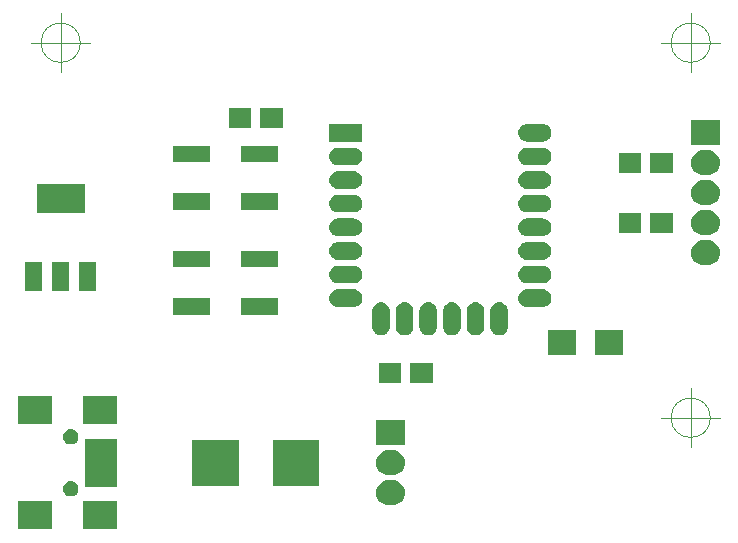
<source format=gbr>
G04 #@! TF.GenerationSoftware,KiCad,Pcbnew,5.0.2+dfsg1-1*
G04 #@! TF.CreationDate,2020-06-16T14:18:13-07:00*
G04 #@! TF.ProjectId,2016.04.26_LightAlarmV2,32303136-2e30-4342-9e32-365f4c696768,rev?*
G04 #@! TF.SameCoordinates,Original*
G04 #@! TF.FileFunction,Soldermask,Top*
G04 #@! TF.FilePolarity,Negative*
%FSLAX46Y46*%
G04 Gerber Fmt 4.6, Leading zero omitted, Abs format (unit mm)*
G04 Created by KiCad (PCBNEW 5.0.2+dfsg1-1) date Tue 16 Jun 2020 02:18:13 PM PDT*
%MOMM*%
%LPD*%
G01*
G04 APERTURE LIST*
%ADD10C,0.010000*%
%ADD11C,0.100000*%
G04 APERTURE END LIST*
D10*
X93106666Y-67310000D02*
G75*
G03X93106666Y-67310000I-1666666J0D01*
G01*
X88940000Y-67310000D02*
X93940000Y-67310000D01*
X91440000Y-64810000D02*
X91440000Y-69810000D01*
X93106666Y-35560000D02*
G75*
G03X93106666Y-35560000I-1666666J0D01*
G01*
X88940000Y-35560000D02*
X93940000Y-35560000D01*
X91440000Y-33060000D02*
X91440000Y-38060000D01*
X39766666Y-35560000D02*
G75*
G03X39766666Y-35560000I-1666666J0D01*
G01*
X35600000Y-35560000D02*
X40600000Y-35560000D01*
X38100000Y-33060000D02*
X38100000Y-38060000D01*
D11*
G36*
X42899940Y-76769570D02*
X40000580Y-76769570D01*
X40000580Y-74370590D01*
X42899940Y-74370590D01*
X42899940Y-76769570D01*
X42899940Y-76769570D01*
G37*
G36*
X37400840Y-76769570D02*
X34501480Y-76769570D01*
X34501480Y-74370590D01*
X37400840Y-74370590D01*
X37400840Y-76769570D01*
X37400840Y-76769570D01*
G37*
G36*
X66400903Y-72611789D02*
X66601391Y-72672607D01*
X66786164Y-72771369D01*
X66948118Y-72904282D01*
X67081031Y-73066236D01*
X67179793Y-73251009D01*
X67240611Y-73451497D01*
X67261146Y-73660000D01*
X67240611Y-73868503D01*
X67179793Y-74068991D01*
X67081031Y-74253764D01*
X66948118Y-74415718D01*
X66786164Y-74548631D01*
X66601391Y-74647393D01*
X66400903Y-74708211D01*
X66244651Y-74723600D01*
X65835349Y-74723600D01*
X65679097Y-74708211D01*
X65478609Y-74647393D01*
X65293836Y-74548631D01*
X65131882Y-74415718D01*
X64998969Y-74253764D01*
X64900207Y-74068991D01*
X64839389Y-73868503D01*
X64818854Y-73660000D01*
X64839389Y-73451497D01*
X64900207Y-73251009D01*
X64998969Y-73066236D01*
X65131882Y-72904282D01*
X65293836Y-72771369D01*
X65478609Y-72672607D01*
X65679097Y-72611789D01*
X65835349Y-72596400D01*
X66244651Y-72596400D01*
X66400903Y-72611789D01*
X66400903Y-72611789D01*
G37*
G36*
X39140375Y-72695023D02*
X39258591Y-72743989D01*
X39364986Y-72815080D01*
X39455460Y-72905554D01*
X39526551Y-73011949D01*
X39575517Y-73130165D01*
X39600480Y-73255661D01*
X39600480Y-73383619D01*
X39575517Y-73509115D01*
X39526551Y-73627331D01*
X39455460Y-73733726D01*
X39364986Y-73824200D01*
X39258591Y-73895291D01*
X39140375Y-73944257D01*
X39014879Y-73969220D01*
X38886921Y-73969220D01*
X38761425Y-73944257D01*
X38643209Y-73895291D01*
X38536814Y-73824200D01*
X38446340Y-73733726D01*
X38375249Y-73627331D01*
X38326283Y-73509115D01*
X38301320Y-73383619D01*
X38301320Y-73255661D01*
X38326283Y-73130165D01*
X38375249Y-73011949D01*
X38446340Y-72905554D01*
X38536814Y-72815080D01*
X38643209Y-72743989D01*
X38761425Y-72695023D01*
X38886921Y-72670060D01*
X39014879Y-72670060D01*
X39140375Y-72695023D01*
X39140375Y-72695023D01*
G37*
G36*
X42899940Y-73170390D02*
X40198700Y-73170390D01*
X40198700Y-69069610D01*
X42899940Y-69069610D01*
X42899940Y-73170390D01*
X42899940Y-73170390D01*
G37*
G36*
X59963600Y-73070000D02*
X56063600Y-73070000D01*
X56063600Y-69170000D01*
X59963600Y-69170000D01*
X59963600Y-73070000D01*
X59963600Y-73070000D01*
G37*
G36*
X53156400Y-73070000D02*
X49256400Y-73070000D01*
X49256400Y-69170000D01*
X53156400Y-69170000D01*
X53156400Y-73070000D01*
X53156400Y-73070000D01*
G37*
G36*
X66400903Y-70071789D02*
X66601391Y-70132607D01*
X66786164Y-70231369D01*
X66948118Y-70364282D01*
X67081031Y-70526236D01*
X67179793Y-70711009D01*
X67240611Y-70911497D01*
X67261146Y-71120000D01*
X67240611Y-71328503D01*
X67179793Y-71528991D01*
X67081031Y-71713764D01*
X66948118Y-71875718D01*
X66786164Y-72008631D01*
X66601391Y-72107393D01*
X66400903Y-72168211D01*
X66244651Y-72183600D01*
X65835349Y-72183600D01*
X65679097Y-72168211D01*
X65478609Y-72107393D01*
X65293836Y-72008631D01*
X65131882Y-71875718D01*
X64998969Y-71713764D01*
X64900207Y-71528991D01*
X64839389Y-71328503D01*
X64818854Y-71120000D01*
X64839389Y-70911497D01*
X64900207Y-70711009D01*
X64998969Y-70526236D01*
X65131882Y-70364282D01*
X65293836Y-70231369D01*
X65478609Y-70132607D01*
X65679097Y-70071789D01*
X65835349Y-70056400D01*
X66244651Y-70056400D01*
X66400903Y-70071789D01*
X66400903Y-70071789D01*
G37*
G36*
X67256000Y-69643600D02*
X64824000Y-69643600D01*
X64824000Y-67516400D01*
X67256000Y-67516400D01*
X67256000Y-69643600D01*
X67256000Y-69643600D01*
G37*
G36*
X39140375Y-68295743D02*
X39258591Y-68344709D01*
X39364986Y-68415800D01*
X39455460Y-68506274D01*
X39526551Y-68612669D01*
X39575517Y-68730885D01*
X39600480Y-68856381D01*
X39600480Y-68984339D01*
X39575517Y-69109835D01*
X39526551Y-69228051D01*
X39455460Y-69334446D01*
X39364986Y-69424920D01*
X39258591Y-69496011D01*
X39140375Y-69544977D01*
X39014879Y-69569940D01*
X38886921Y-69569940D01*
X38761425Y-69544977D01*
X38643209Y-69496011D01*
X38536814Y-69424920D01*
X38446340Y-69334446D01*
X38375249Y-69228051D01*
X38326283Y-69109835D01*
X38301320Y-68984339D01*
X38301320Y-68856381D01*
X38326283Y-68730885D01*
X38375249Y-68612669D01*
X38446340Y-68506274D01*
X38536814Y-68415800D01*
X38643209Y-68344709D01*
X38761425Y-68295743D01*
X38886921Y-68270780D01*
X39014879Y-68270780D01*
X39140375Y-68295743D01*
X39140375Y-68295743D01*
G37*
G36*
X42899940Y-67869410D02*
X40000580Y-67869410D01*
X40000580Y-65470430D01*
X42899940Y-65470430D01*
X42899940Y-67869410D01*
X42899940Y-67869410D01*
G37*
G36*
X37400840Y-67869410D02*
X34501480Y-67869410D01*
X34501480Y-65470430D01*
X37400840Y-65470430D01*
X37400840Y-67869410D01*
X37400840Y-67869410D01*
G37*
G36*
X69610000Y-64350000D02*
X67710000Y-64350000D01*
X67710000Y-62650000D01*
X69610000Y-62650000D01*
X69610000Y-64350000D01*
X69610000Y-64350000D01*
G37*
G36*
X66910000Y-64350000D02*
X65010000Y-64350000D01*
X65010000Y-62650000D01*
X66910000Y-62650000D01*
X66910000Y-64350000D01*
X66910000Y-64350000D01*
G37*
G36*
X85750000Y-62010000D02*
X83350000Y-62010000D01*
X83350000Y-59910000D01*
X85750000Y-59910000D01*
X85750000Y-62010000D01*
X85750000Y-62010000D01*
G37*
G36*
X81750000Y-62010000D02*
X79350000Y-62010000D01*
X79350000Y-59910000D01*
X81750000Y-59910000D01*
X81750000Y-62010000D01*
X81750000Y-62010000D01*
G37*
G36*
X69367026Y-57540852D02*
X69508400Y-57583738D01*
X69638690Y-57653378D01*
X69752899Y-57747107D01*
X69846620Y-57861306D01*
X69916262Y-57991599D01*
X69959148Y-58132973D01*
X69970000Y-58243161D01*
X69970000Y-59616839D01*
X69959148Y-59727027D01*
X69916262Y-59868401D01*
X69846620Y-59998694D01*
X69752896Y-60112896D01*
X69638694Y-60206620D01*
X69508401Y-60276262D01*
X69367027Y-60319148D01*
X69220000Y-60333628D01*
X69072974Y-60319148D01*
X68931600Y-60276262D01*
X68801307Y-60206620D01*
X68687105Y-60112896D01*
X68593381Y-59998694D01*
X68523739Y-59868401D01*
X68480853Y-59727027D01*
X68470001Y-59616839D01*
X68470000Y-58243162D01*
X68480852Y-58132974D01*
X68523738Y-57991600D01*
X68593378Y-57861310D01*
X68687107Y-57747101D01*
X68801306Y-57653380D01*
X68931599Y-57583738D01*
X69072973Y-57540852D01*
X69220000Y-57526372D01*
X69367026Y-57540852D01*
X69367026Y-57540852D01*
G37*
G36*
X65367026Y-57540852D02*
X65508400Y-57583738D01*
X65638690Y-57653378D01*
X65752899Y-57747107D01*
X65846620Y-57861306D01*
X65916262Y-57991599D01*
X65959148Y-58132973D01*
X65970000Y-58243161D01*
X65970000Y-59616839D01*
X65959148Y-59727027D01*
X65916262Y-59868401D01*
X65846620Y-59998694D01*
X65752896Y-60112896D01*
X65638694Y-60206620D01*
X65508401Y-60276262D01*
X65367027Y-60319148D01*
X65220000Y-60333628D01*
X65072974Y-60319148D01*
X64931600Y-60276262D01*
X64801307Y-60206620D01*
X64687105Y-60112896D01*
X64593381Y-59998694D01*
X64523739Y-59868401D01*
X64480853Y-59727027D01*
X64470001Y-59616839D01*
X64470000Y-58243162D01*
X64480852Y-58132974D01*
X64523738Y-57991600D01*
X64593378Y-57861310D01*
X64687107Y-57747101D01*
X64801306Y-57653380D01*
X64931599Y-57583738D01*
X65072973Y-57540852D01*
X65220000Y-57526372D01*
X65367026Y-57540852D01*
X65367026Y-57540852D01*
G37*
G36*
X67367026Y-57540852D02*
X67508400Y-57583738D01*
X67638690Y-57653378D01*
X67752899Y-57747107D01*
X67846620Y-57861306D01*
X67916262Y-57991599D01*
X67959148Y-58132973D01*
X67970000Y-58243161D01*
X67970000Y-59616839D01*
X67959148Y-59727027D01*
X67916262Y-59868401D01*
X67846620Y-59998694D01*
X67752896Y-60112896D01*
X67638694Y-60206620D01*
X67508401Y-60276262D01*
X67367027Y-60319148D01*
X67220000Y-60333628D01*
X67072974Y-60319148D01*
X66931600Y-60276262D01*
X66801307Y-60206620D01*
X66687105Y-60112896D01*
X66593381Y-59998694D01*
X66523739Y-59868401D01*
X66480853Y-59727027D01*
X66470001Y-59616839D01*
X66470000Y-58243162D01*
X66480852Y-58132974D01*
X66523738Y-57991600D01*
X66593378Y-57861310D01*
X66687107Y-57747101D01*
X66801306Y-57653380D01*
X66931599Y-57583738D01*
X67072973Y-57540852D01*
X67220000Y-57526372D01*
X67367026Y-57540852D01*
X67367026Y-57540852D01*
G37*
G36*
X71367026Y-57540852D02*
X71508400Y-57583738D01*
X71638690Y-57653378D01*
X71752899Y-57747107D01*
X71846620Y-57861306D01*
X71916262Y-57991599D01*
X71959148Y-58132973D01*
X71970000Y-58243161D01*
X71970000Y-59616839D01*
X71959148Y-59727027D01*
X71916262Y-59868401D01*
X71846620Y-59998694D01*
X71752896Y-60112896D01*
X71638694Y-60206620D01*
X71508401Y-60276262D01*
X71367027Y-60319148D01*
X71220000Y-60333628D01*
X71072974Y-60319148D01*
X70931600Y-60276262D01*
X70801307Y-60206620D01*
X70687105Y-60112896D01*
X70593381Y-59998694D01*
X70523739Y-59868401D01*
X70480853Y-59727027D01*
X70470001Y-59616839D01*
X70470000Y-58243162D01*
X70480852Y-58132974D01*
X70523738Y-57991600D01*
X70593378Y-57861310D01*
X70687107Y-57747101D01*
X70801306Y-57653380D01*
X70931599Y-57583738D01*
X71072973Y-57540852D01*
X71220000Y-57526372D01*
X71367026Y-57540852D01*
X71367026Y-57540852D01*
G37*
G36*
X73367026Y-57540852D02*
X73508400Y-57583738D01*
X73638690Y-57653378D01*
X73752899Y-57747107D01*
X73846620Y-57861306D01*
X73916262Y-57991599D01*
X73959148Y-58132973D01*
X73970000Y-58243161D01*
X73970000Y-59616839D01*
X73959148Y-59727027D01*
X73916262Y-59868401D01*
X73846620Y-59998694D01*
X73752896Y-60112896D01*
X73638694Y-60206620D01*
X73508401Y-60276262D01*
X73367027Y-60319148D01*
X73220000Y-60333628D01*
X73072974Y-60319148D01*
X72931600Y-60276262D01*
X72801307Y-60206620D01*
X72687105Y-60112896D01*
X72593381Y-59998694D01*
X72523739Y-59868401D01*
X72480853Y-59727027D01*
X72470001Y-59616839D01*
X72470000Y-58243162D01*
X72480852Y-58132974D01*
X72523738Y-57991600D01*
X72593378Y-57861310D01*
X72687107Y-57747101D01*
X72801306Y-57653380D01*
X72931599Y-57583738D01*
X73072973Y-57540852D01*
X73220000Y-57526372D01*
X73367026Y-57540852D01*
X73367026Y-57540852D01*
G37*
G36*
X75367026Y-57540852D02*
X75508400Y-57583738D01*
X75638690Y-57653378D01*
X75752899Y-57747107D01*
X75846620Y-57861306D01*
X75916262Y-57991599D01*
X75959148Y-58132973D01*
X75970000Y-58243161D01*
X75970000Y-59616839D01*
X75959148Y-59727027D01*
X75916262Y-59868401D01*
X75846620Y-59998694D01*
X75752896Y-60112896D01*
X75638694Y-60206620D01*
X75508401Y-60276262D01*
X75367027Y-60319148D01*
X75220000Y-60333628D01*
X75072974Y-60319148D01*
X74931600Y-60276262D01*
X74801307Y-60206620D01*
X74687105Y-60112896D01*
X74593381Y-59998694D01*
X74523739Y-59868401D01*
X74480853Y-59727027D01*
X74470001Y-59616839D01*
X74470000Y-58243162D01*
X74480852Y-58132974D01*
X74523738Y-57991600D01*
X74593378Y-57861310D01*
X74687107Y-57747101D01*
X74801306Y-57653380D01*
X74931599Y-57583738D01*
X75072973Y-57540852D01*
X75220000Y-57526372D01*
X75367026Y-57540852D01*
X75367026Y-57540852D01*
G37*
G36*
X50770000Y-58580000D02*
X47620000Y-58580000D01*
X47620000Y-57180000D01*
X50770000Y-57180000D01*
X50770000Y-58580000D01*
X50770000Y-58580000D01*
G37*
G36*
X56520000Y-58580000D02*
X53370000Y-58580000D01*
X53370000Y-57180000D01*
X56520000Y-57180000D01*
X56520000Y-58580000D01*
X56520000Y-58580000D01*
G37*
G36*
X79027027Y-56440852D02*
X79168401Y-56483738D01*
X79298694Y-56553380D01*
X79412896Y-56647104D01*
X79506620Y-56761306D01*
X79576262Y-56891599D01*
X79619148Y-57032973D01*
X79633628Y-57180000D01*
X79619148Y-57327027D01*
X79576262Y-57468401D01*
X79506620Y-57598694D01*
X79412896Y-57712896D01*
X79298694Y-57806620D01*
X79168401Y-57876262D01*
X79027027Y-57919148D01*
X78916839Y-57930000D01*
X77543161Y-57930000D01*
X77432973Y-57919148D01*
X77291599Y-57876262D01*
X77161306Y-57806620D01*
X77047104Y-57712896D01*
X76953380Y-57598694D01*
X76883738Y-57468401D01*
X76840852Y-57327027D01*
X76826372Y-57180000D01*
X76840852Y-57032973D01*
X76883738Y-56891599D01*
X76953380Y-56761306D01*
X77047104Y-56647104D01*
X77161306Y-56553380D01*
X77291599Y-56483738D01*
X77432973Y-56440852D01*
X77543161Y-56430000D01*
X78916839Y-56430000D01*
X79027027Y-56440852D01*
X79027027Y-56440852D01*
G37*
G36*
X63027027Y-56440852D02*
X63168401Y-56483738D01*
X63298694Y-56553380D01*
X63412896Y-56647104D01*
X63506620Y-56761306D01*
X63576262Y-56891599D01*
X63619148Y-57032973D01*
X63633628Y-57180000D01*
X63619148Y-57327027D01*
X63576262Y-57468401D01*
X63506620Y-57598694D01*
X63412896Y-57712896D01*
X63298694Y-57806620D01*
X63168401Y-57876262D01*
X63027027Y-57919148D01*
X62916839Y-57930000D01*
X61543161Y-57930000D01*
X61432973Y-57919148D01*
X61291599Y-57876262D01*
X61161306Y-57806620D01*
X61047104Y-57712896D01*
X60953380Y-57598694D01*
X60883738Y-57468401D01*
X60840852Y-57327027D01*
X60826372Y-57180000D01*
X60840852Y-57032973D01*
X60883738Y-56891599D01*
X60953380Y-56761306D01*
X61047104Y-56647104D01*
X61161306Y-56553380D01*
X61291599Y-56483738D01*
X61432973Y-56440852D01*
X61543161Y-56430000D01*
X62916839Y-56430000D01*
X63027027Y-56440852D01*
X63027027Y-56440852D01*
G37*
G36*
X38808000Y-56588000D02*
X37392000Y-56588000D01*
X37392000Y-54156000D01*
X38808000Y-54156000D01*
X38808000Y-56588000D01*
X38808000Y-56588000D01*
G37*
G36*
X41094000Y-56588000D02*
X39678000Y-56588000D01*
X39678000Y-54156000D01*
X41094000Y-54156000D01*
X41094000Y-56588000D01*
X41094000Y-56588000D01*
G37*
G36*
X36522000Y-56588000D02*
X35106000Y-56588000D01*
X35106000Y-54156000D01*
X36522000Y-54156000D01*
X36522000Y-56588000D01*
X36522000Y-56588000D01*
G37*
G36*
X79027027Y-54440852D02*
X79168401Y-54483738D01*
X79298694Y-54553380D01*
X79412896Y-54647104D01*
X79506620Y-54761306D01*
X79576262Y-54891599D01*
X79619148Y-55032973D01*
X79633628Y-55180000D01*
X79619148Y-55327027D01*
X79576262Y-55468401D01*
X79506620Y-55598694D01*
X79412896Y-55712896D01*
X79298694Y-55806620D01*
X79168401Y-55876262D01*
X79027027Y-55919148D01*
X78916839Y-55930000D01*
X77543161Y-55930000D01*
X77432973Y-55919148D01*
X77291599Y-55876262D01*
X77161306Y-55806620D01*
X77047104Y-55712896D01*
X76953380Y-55598694D01*
X76883738Y-55468401D01*
X76840852Y-55327027D01*
X76826372Y-55180000D01*
X76840852Y-55032973D01*
X76883738Y-54891599D01*
X76953380Y-54761306D01*
X77047104Y-54647104D01*
X77161306Y-54553380D01*
X77291599Y-54483738D01*
X77432973Y-54440852D01*
X77543161Y-54430000D01*
X78916839Y-54430000D01*
X79027027Y-54440852D01*
X79027027Y-54440852D01*
G37*
G36*
X63027027Y-54440852D02*
X63168401Y-54483738D01*
X63298694Y-54553380D01*
X63412896Y-54647104D01*
X63506620Y-54761306D01*
X63576262Y-54891599D01*
X63619148Y-55032973D01*
X63633628Y-55180000D01*
X63619148Y-55327027D01*
X63576262Y-55468401D01*
X63506620Y-55598694D01*
X63412896Y-55712896D01*
X63298694Y-55806620D01*
X63168401Y-55876262D01*
X63027027Y-55919148D01*
X62916839Y-55930000D01*
X61543161Y-55930000D01*
X61432973Y-55919148D01*
X61291599Y-55876262D01*
X61161306Y-55806620D01*
X61047104Y-55712896D01*
X60953380Y-55598694D01*
X60883738Y-55468401D01*
X60840852Y-55327027D01*
X60826372Y-55180000D01*
X60840852Y-55032973D01*
X60883738Y-54891599D01*
X60953380Y-54761306D01*
X61047104Y-54647104D01*
X61161306Y-54553380D01*
X61291599Y-54483738D01*
X61432973Y-54440852D01*
X61543161Y-54430000D01*
X62916839Y-54430000D01*
X63027027Y-54440852D01*
X63027027Y-54440852D01*
G37*
G36*
X50770000Y-54580000D02*
X47620000Y-54580000D01*
X47620000Y-53180000D01*
X50770000Y-53180000D01*
X50770000Y-54580000D01*
X50770000Y-54580000D01*
G37*
G36*
X56520000Y-54580000D02*
X53370000Y-54580000D01*
X53370000Y-53180000D01*
X56520000Y-53180000D01*
X56520000Y-54580000D01*
X56520000Y-54580000D01*
G37*
G36*
X93070903Y-52291789D02*
X93271391Y-52352607D01*
X93456164Y-52451369D01*
X93618118Y-52584282D01*
X93751031Y-52746236D01*
X93849793Y-52931009D01*
X93910611Y-53131497D01*
X93931146Y-53340000D01*
X93910611Y-53548503D01*
X93849793Y-53748991D01*
X93751031Y-53933764D01*
X93618118Y-54095718D01*
X93456164Y-54228631D01*
X93271391Y-54327393D01*
X93070903Y-54388211D01*
X92914651Y-54403600D01*
X92505349Y-54403600D01*
X92349097Y-54388211D01*
X92148609Y-54327393D01*
X91963836Y-54228631D01*
X91801882Y-54095718D01*
X91668969Y-53933764D01*
X91570207Y-53748991D01*
X91509389Y-53548503D01*
X91488854Y-53340000D01*
X91509389Y-53131497D01*
X91570207Y-52931009D01*
X91668969Y-52746236D01*
X91801882Y-52584282D01*
X91963836Y-52451369D01*
X92148609Y-52352607D01*
X92349097Y-52291789D01*
X92505349Y-52276400D01*
X92914651Y-52276400D01*
X93070903Y-52291789D01*
X93070903Y-52291789D01*
G37*
G36*
X63027027Y-52440852D02*
X63168401Y-52483738D01*
X63298694Y-52553380D01*
X63412896Y-52647104D01*
X63506620Y-52761306D01*
X63576262Y-52891599D01*
X63619148Y-53032973D01*
X63633628Y-53180000D01*
X63619148Y-53327027D01*
X63576262Y-53468401D01*
X63506620Y-53598694D01*
X63412896Y-53712896D01*
X63298694Y-53806620D01*
X63168401Y-53876262D01*
X63027027Y-53919148D01*
X62916839Y-53930000D01*
X61543161Y-53930000D01*
X61432973Y-53919148D01*
X61291599Y-53876262D01*
X61161306Y-53806620D01*
X61047104Y-53712896D01*
X60953380Y-53598694D01*
X60883738Y-53468401D01*
X60840852Y-53327027D01*
X60826372Y-53180000D01*
X60840852Y-53032973D01*
X60883738Y-52891599D01*
X60953380Y-52761306D01*
X61047104Y-52647104D01*
X61161306Y-52553380D01*
X61291599Y-52483738D01*
X61432973Y-52440852D01*
X61543161Y-52430000D01*
X62916839Y-52430000D01*
X63027027Y-52440852D01*
X63027027Y-52440852D01*
G37*
G36*
X79027027Y-52440852D02*
X79168401Y-52483738D01*
X79298694Y-52553380D01*
X79412896Y-52647104D01*
X79506620Y-52761306D01*
X79576262Y-52891599D01*
X79619148Y-53032973D01*
X79633628Y-53180000D01*
X79619148Y-53327027D01*
X79576262Y-53468401D01*
X79506620Y-53598694D01*
X79412896Y-53712896D01*
X79298694Y-53806620D01*
X79168401Y-53876262D01*
X79027027Y-53919148D01*
X78916839Y-53930000D01*
X77543161Y-53930000D01*
X77432973Y-53919148D01*
X77291599Y-53876262D01*
X77161306Y-53806620D01*
X77047104Y-53712896D01*
X76953380Y-53598694D01*
X76883738Y-53468401D01*
X76840852Y-53327027D01*
X76826372Y-53180000D01*
X76840852Y-53032973D01*
X76883738Y-52891599D01*
X76953380Y-52761306D01*
X77047104Y-52647104D01*
X77161306Y-52553380D01*
X77291599Y-52483738D01*
X77432973Y-52440852D01*
X77543161Y-52430000D01*
X78916839Y-52430000D01*
X79027027Y-52440852D01*
X79027027Y-52440852D01*
G37*
G36*
X63027027Y-50440852D02*
X63168401Y-50483738D01*
X63298694Y-50553380D01*
X63412896Y-50647104D01*
X63506620Y-50761306D01*
X63576262Y-50891599D01*
X63619148Y-51032973D01*
X63633628Y-51180000D01*
X63619148Y-51327027D01*
X63576262Y-51468401D01*
X63506620Y-51598694D01*
X63412896Y-51712896D01*
X63298694Y-51806620D01*
X63168401Y-51876262D01*
X63027027Y-51919148D01*
X62916839Y-51930000D01*
X61543161Y-51930000D01*
X61432973Y-51919148D01*
X61291599Y-51876262D01*
X61161306Y-51806620D01*
X61047104Y-51712896D01*
X60953380Y-51598694D01*
X60883738Y-51468401D01*
X60840852Y-51327027D01*
X60826372Y-51180000D01*
X60840852Y-51032973D01*
X60883738Y-50891599D01*
X60953380Y-50761306D01*
X61047104Y-50647104D01*
X61161306Y-50553380D01*
X61291599Y-50483738D01*
X61432973Y-50440852D01*
X61543161Y-50430000D01*
X62916839Y-50430000D01*
X63027027Y-50440852D01*
X63027027Y-50440852D01*
G37*
G36*
X79027027Y-50440852D02*
X79168401Y-50483738D01*
X79298694Y-50553380D01*
X79412896Y-50647104D01*
X79506620Y-50761306D01*
X79576262Y-50891599D01*
X79619148Y-51032973D01*
X79633628Y-51180000D01*
X79619148Y-51327027D01*
X79576262Y-51468401D01*
X79506620Y-51598694D01*
X79412896Y-51712896D01*
X79298694Y-51806620D01*
X79168401Y-51876262D01*
X79027027Y-51919148D01*
X78916839Y-51930000D01*
X77543161Y-51930000D01*
X77432973Y-51919148D01*
X77291599Y-51876262D01*
X77161306Y-51806620D01*
X77047104Y-51712896D01*
X76953380Y-51598694D01*
X76883738Y-51468401D01*
X76840852Y-51327027D01*
X76826372Y-51180000D01*
X76840852Y-51032973D01*
X76883738Y-50891599D01*
X76953380Y-50761306D01*
X77047104Y-50647104D01*
X77161306Y-50553380D01*
X77291599Y-50483738D01*
X77432973Y-50440852D01*
X77543161Y-50430000D01*
X78916839Y-50430000D01*
X79027027Y-50440852D01*
X79027027Y-50440852D01*
G37*
G36*
X93070903Y-49751789D02*
X93271391Y-49812607D01*
X93456164Y-49911369D01*
X93618118Y-50044282D01*
X93751031Y-50206236D01*
X93849793Y-50391009D01*
X93910611Y-50591497D01*
X93931146Y-50800000D01*
X93910611Y-51008503D01*
X93849793Y-51208991D01*
X93751031Y-51393764D01*
X93618118Y-51555718D01*
X93456164Y-51688631D01*
X93271391Y-51787393D01*
X93070903Y-51848211D01*
X92914651Y-51863600D01*
X92505349Y-51863600D01*
X92349097Y-51848211D01*
X92148609Y-51787393D01*
X91963836Y-51688631D01*
X91801882Y-51555718D01*
X91668969Y-51393764D01*
X91570207Y-51208991D01*
X91509389Y-51008503D01*
X91488854Y-50800000D01*
X91509389Y-50591497D01*
X91570207Y-50391009D01*
X91668969Y-50206236D01*
X91801882Y-50044282D01*
X91963836Y-49911369D01*
X92148609Y-49812607D01*
X92349097Y-49751789D01*
X92505349Y-49736400D01*
X92914651Y-49736400D01*
X93070903Y-49751789D01*
X93070903Y-49751789D01*
G37*
G36*
X87230000Y-51650000D02*
X85330000Y-51650000D01*
X85330000Y-49950000D01*
X87230000Y-49950000D01*
X87230000Y-51650000D01*
X87230000Y-51650000D01*
G37*
G36*
X89930000Y-51650000D02*
X88030000Y-51650000D01*
X88030000Y-49950000D01*
X89930000Y-49950000D01*
X89930000Y-51650000D01*
X89930000Y-51650000D01*
G37*
G36*
X40128800Y-49984000D02*
X36071200Y-49984000D01*
X36071200Y-47552000D01*
X40128800Y-47552000D01*
X40128800Y-49984000D01*
X40128800Y-49984000D01*
G37*
G36*
X79027027Y-48440852D02*
X79168401Y-48483738D01*
X79298694Y-48553380D01*
X79412896Y-48647104D01*
X79506620Y-48761306D01*
X79576262Y-48891599D01*
X79619148Y-49032973D01*
X79633628Y-49180000D01*
X79619148Y-49327027D01*
X79576262Y-49468401D01*
X79506620Y-49598694D01*
X79412896Y-49712896D01*
X79298694Y-49806620D01*
X79168401Y-49876262D01*
X79027027Y-49919148D01*
X78916839Y-49930000D01*
X77543161Y-49930000D01*
X77432973Y-49919148D01*
X77291599Y-49876262D01*
X77161306Y-49806620D01*
X77047104Y-49712896D01*
X76953380Y-49598694D01*
X76883738Y-49468401D01*
X76840852Y-49327027D01*
X76826372Y-49180000D01*
X76840852Y-49032973D01*
X76883738Y-48891599D01*
X76953380Y-48761306D01*
X77047104Y-48647104D01*
X77161306Y-48553380D01*
X77291599Y-48483738D01*
X77432973Y-48440852D01*
X77543161Y-48430000D01*
X78916839Y-48430000D01*
X79027027Y-48440852D01*
X79027027Y-48440852D01*
G37*
G36*
X63027027Y-48440852D02*
X63168401Y-48483738D01*
X63298694Y-48553380D01*
X63412896Y-48647104D01*
X63506620Y-48761306D01*
X63576262Y-48891599D01*
X63619148Y-49032973D01*
X63633628Y-49180000D01*
X63619148Y-49327027D01*
X63576262Y-49468401D01*
X63506620Y-49598694D01*
X63412896Y-49712896D01*
X63298694Y-49806620D01*
X63168401Y-49876262D01*
X63027027Y-49919148D01*
X62916839Y-49930000D01*
X61543161Y-49930000D01*
X61432973Y-49919148D01*
X61291599Y-49876262D01*
X61161306Y-49806620D01*
X61047104Y-49712896D01*
X60953380Y-49598694D01*
X60883738Y-49468401D01*
X60840852Y-49327027D01*
X60826372Y-49180000D01*
X60840852Y-49032973D01*
X60883738Y-48891599D01*
X60953380Y-48761306D01*
X61047104Y-48647104D01*
X61161306Y-48553380D01*
X61291599Y-48483738D01*
X61432973Y-48440852D01*
X61543161Y-48430000D01*
X62916839Y-48430000D01*
X63027027Y-48440852D01*
X63027027Y-48440852D01*
G37*
G36*
X56520000Y-49690000D02*
X53370000Y-49690000D01*
X53370000Y-48290000D01*
X56520000Y-48290000D01*
X56520000Y-49690000D01*
X56520000Y-49690000D01*
G37*
G36*
X50770000Y-49690000D02*
X47620000Y-49690000D01*
X47620000Y-48290000D01*
X50770000Y-48290000D01*
X50770000Y-49690000D01*
X50770000Y-49690000D01*
G37*
G36*
X93070903Y-47211789D02*
X93271391Y-47272607D01*
X93456164Y-47371369D01*
X93618118Y-47504282D01*
X93751031Y-47666236D01*
X93849793Y-47851009D01*
X93910611Y-48051497D01*
X93931146Y-48260000D01*
X93910611Y-48468503D01*
X93849793Y-48668991D01*
X93751031Y-48853764D01*
X93618118Y-49015718D01*
X93456164Y-49148631D01*
X93271391Y-49247393D01*
X93070903Y-49308211D01*
X92914651Y-49323600D01*
X92505349Y-49323600D01*
X92349097Y-49308211D01*
X92148609Y-49247393D01*
X91963836Y-49148631D01*
X91801882Y-49015718D01*
X91668969Y-48853764D01*
X91570207Y-48668991D01*
X91509389Y-48468503D01*
X91488854Y-48260000D01*
X91509389Y-48051497D01*
X91570207Y-47851009D01*
X91668969Y-47666236D01*
X91801882Y-47504282D01*
X91963836Y-47371369D01*
X92148609Y-47272607D01*
X92349097Y-47211789D01*
X92505349Y-47196400D01*
X92914651Y-47196400D01*
X93070903Y-47211789D01*
X93070903Y-47211789D01*
G37*
G36*
X63027027Y-46440852D02*
X63168401Y-46483738D01*
X63298694Y-46553380D01*
X63412896Y-46647104D01*
X63506620Y-46761306D01*
X63576262Y-46891599D01*
X63619148Y-47032973D01*
X63633628Y-47180000D01*
X63619148Y-47327027D01*
X63576262Y-47468401D01*
X63506620Y-47598694D01*
X63412896Y-47712896D01*
X63298694Y-47806620D01*
X63168401Y-47876262D01*
X63027027Y-47919148D01*
X62916839Y-47930000D01*
X61543161Y-47930000D01*
X61432973Y-47919148D01*
X61291599Y-47876262D01*
X61161306Y-47806620D01*
X61047104Y-47712896D01*
X60953380Y-47598694D01*
X60883738Y-47468401D01*
X60840852Y-47327027D01*
X60826372Y-47180000D01*
X60840852Y-47032973D01*
X60883738Y-46891599D01*
X60953380Y-46761306D01*
X61047104Y-46647104D01*
X61161306Y-46553380D01*
X61291599Y-46483738D01*
X61432973Y-46440852D01*
X61543161Y-46430000D01*
X62916839Y-46430000D01*
X63027027Y-46440852D01*
X63027027Y-46440852D01*
G37*
G36*
X79027027Y-46440852D02*
X79168401Y-46483738D01*
X79298694Y-46553380D01*
X79412896Y-46647104D01*
X79506620Y-46761306D01*
X79576262Y-46891599D01*
X79619148Y-47032973D01*
X79633628Y-47180000D01*
X79619148Y-47327027D01*
X79576262Y-47468401D01*
X79506620Y-47598694D01*
X79412896Y-47712896D01*
X79298694Y-47806620D01*
X79168401Y-47876262D01*
X79027027Y-47919148D01*
X78916839Y-47930000D01*
X77543161Y-47930000D01*
X77432973Y-47919148D01*
X77291599Y-47876262D01*
X77161306Y-47806620D01*
X77047104Y-47712896D01*
X76953380Y-47598694D01*
X76883738Y-47468401D01*
X76840852Y-47327027D01*
X76826372Y-47180000D01*
X76840852Y-47032973D01*
X76883738Y-46891599D01*
X76953380Y-46761306D01*
X77047104Y-46647104D01*
X77161306Y-46553380D01*
X77291599Y-46483738D01*
X77432973Y-46440852D01*
X77543161Y-46430000D01*
X78916839Y-46430000D01*
X79027027Y-46440852D01*
X79027027Y-46440852D01*
G37*
G36*
X93070903Y-44671789D02*
X93271391Y-44732607D01*
X93456164Y-44831369D01*
X93618118Y-44964282D01*
X93751031Y-45126236D01*
X93849793Y-45311009D01*
X93910611Y-45511497D01*
X93931146Y-45720000D01*
X93910611Y-45928503D01*
X93849793Y-46128991D01*
X93751031Y-46313764D01*
X93618118Y-46475718D01*
X93456164Y-46608631D01*
X93271391Y-46707393D01*
X93070903Y-46768211D01*
X92914651Y-46783600D01*
X92505349Y-46783600D01*
X92349097Y-46768211D01*
X92148609Y-46707393D01*
X91963836Y-46608631D01*
X91801882Y-46475718D01*
X91668969Y-46313764D01*
X91570207Y-46128991D01*
X91509389Y-45928503D01*
X91488854Y-45720000D01*
X91509389Y-45511497D01*
X91570207Y-45311009D01*
X91668969Y-45126236D01*
X91801882Y-44964282D01*
X91963836Y-44831369D01*
X92148609Y-44732607D01*
X92349097Y-44671789D01*
X92505349Y-44656400D01*
X92914651Y-44656400D01*
X93070903Y-44671789D01*
X93070903Y-44671789D01*
G37*
G36*
X87230000Y-46570000D02*
X85330000Y-46570000D01*
X85330000Y-44870000D01*
X87230000Y-44870000D01*
X87230000Y-46570000D01*
X87230000Y-46570000D01*
G37*
G36*
X89930000Y-46570000D02*
X88030000Y-46570000D01*
X88030000Y-44870000D01*
X89930000Y-44870000D01*
X89930000Y-46570000D01*
X89930000Y-46570000D01*
G37*
G36*
X79027027Y-44440852D02*
X79168401Y-44483738D01*
X79298694Y-44553380D01*
X79412896Y-44647104D01*
X79506620Y-44761306D01*
X79576262Y-44891599D01*
X79619148Y-45032973D01*
X79633628Y-45180000D01*
X79619148Y-45327027D01*
X79576262Y-45468401D01*
X79506620Y-45598694D01*
X79412896Y-45712896D01*
X79298694Y-45806620D01*
X79168401Y-45876262D01*
X79027027Y-45919148D01*
X78916839Y-45930000D01*
X77543161Y-45930000D01*
X77432973Y-45919148D01*
X77291599Y-45876262D01*
X77161306Y-45806620D01*
X77047104Y-45712896D01*
X76953380Y-45598694D01*
X76883738Y-45468401D01*
X76840852Y-45327027D01*
X76826372Y-45180000D01*
X76840852Y-45032973D01*
X76883738Y-44891599D01*
X76953380Y-44761306D01*
X77047104Y-44647104D01*
X77161306Y-44553380D01*
X77291599Y-44483738D01*
X77432973Y-44440852D01*
X77543161Y-44430000D01*
X78916839Y-44430000D01*
X79027027Y-44440852D01*
X79027027Y-44440852D01*
G37*
G36*
X63027027Y-44440852D02*
X63168401Y-44483738D01*
X63298694Y-44553380D01*
X63412896Y-44647104D01*
X63506620Y-44761306D01*
X63576262Y-44891599D01*
X63619148Y-45032973D01*
X63633628Y-45180000D01*
X63619148Y-45327027D01*
X63576262Y-45468401D01*
X63506620Y-45598694D01*
X63412896Y-45712896D01*
X63298694Y-45806620D01*
X63168401Y-45876262D01*
X63027027Y-45919148D01*
X62916839Y-45930000D01*
X61543161Y-45930000D01*
X61432973Y-45919148D01*
X61291599Y-45876262D01*
X61161306Y-45806620D01*
X61047104Y-45712896D01*
X60953380Y-45598694D01*
X60883738Y-45468401D01*
X60840852Y-45327027D01*
X60826372Y-45180000D01*
X60840852Y-45032973D01*
X60883738Y-44891599D01*
X60953380Y-44761306D01*
X61047104Y-44647104D01*
X61161306Y-44553380D01*
X61291599Y-44483738D01*
X61432973Y-44440852D01*
X61543161Y-44430000D01*
X62916839Y-44430000D01*
X63027027Y-44440852D01*
X63027027Y-44440852D01*
G37*
G36*
X50770000Y-45690000D02*
X47620000Y-45690000D01*
X47620000Y-44290000D01*
X50770000Y-44290000D01*
X50770000Y-45690000D01*
X50770000Y-45690000D01*
G37*
G36*
X56520000Y-45690000D02*
X53370000Y-45690000D01*
X53370000Y-44290000D01*
X56520000Y-44290000D01*
X56520000Y-45690000D01*
X56520000Y-45690000D01*
G37*
G36*
X93926000Y-44243600D02*
X91494000Y-44243600D01*
X91494000Y-42116400D01*
X93926000Y-42116400D01*
X93926000Y-44243600D01*
X93926000Y-44243600D01*
G37*
G36*
X63630000Y-43930000D02*
X60830000Y-43930000D01*
X60830000Y-42430000D01*
X63630000Y-42430000D01*
X63630000Y-43930000D01*
X63630000Y-43930000D01*
G37*
G36*
X79027027Y-42440852D02*
X79168401Y-42483738D01*
X79298694Y-42553380D01*
X79412896Y-42647104D01*
X79506620Y-42761306D01*
X79576262Y-42891599D01*
X79619148Y-43032973D01*
X79633628Y-43180000D01*
X79619148Y-43327027D01*
X79576262Y-43468401D01*
X79506620Y-43598694D01*
X79412896Y-43712896D01*
X79298694Y-43806620D01*
X79168401Y-43876262D01*
X79027027Y-43919148D01*
X78916839Y-43930000D01*
X77543161Y-43930000D01*
X77432973Y-43919148D01*
X77291599Y-43876262D01*
X77161306Y-43806620D01*
X77047104Y-43712896D01*
X76953380Y-43598694D01*
X76883738Y-43468401D01*
X76840852Y-43327027D01*
X76826372Y-43180000D01*
X76840852Y-43032973D01*
X76883738Y-42891599D01*
X76953380Y-42761306D01*
X77047104Y-42647104D01*
X77161306Y-42553380D01*
X77291599Y-42483738D01*
X77432973Y-42440852D01*
X77543161Y-42430000D01*
X78916839Y-42430000D01*
X79027027Y-42440852D01*
X79027027Y-42440852D01*
G37*
G36*
X56910000Y-42760000D02*
X55010000Y-42760000D01*
X55010000Y-41060000D01*
X56910000Y-41060000D01*
X56910000Y-42760000D01*
X56910000Y-42760000D01*
G37*
G36*
X54210000Y-42760000D02*
X52310000Y-42760000D01*
X52310000Y-41060000D01*
X54210000Y-41060000D01*
X54210000Y-42760000D01*
X54210000Y-42760000D01*
G37*
M02*

</source>
